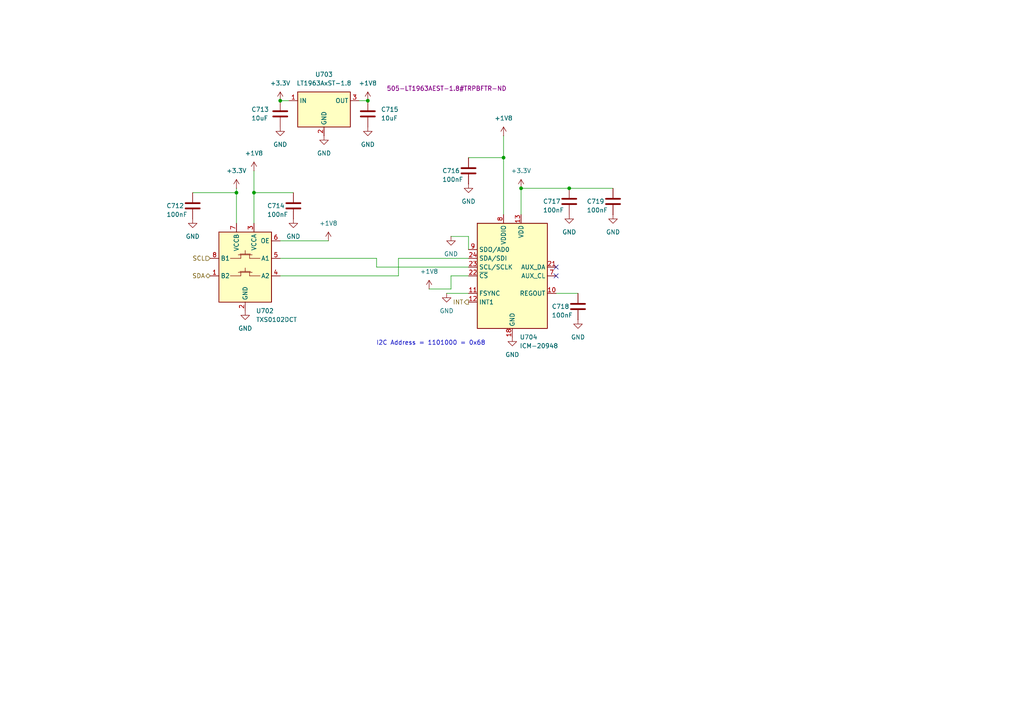
<source format=kicad_sch>
(kicad_sch (version 20250114) (generator "eeschema") (generator_version "9.0")
  (paper "A4")
  (lib_symbols
    (symbol "Device:C" (pin_numbers (hide yes)) (pin_names (offset 0.254))
      (property "Reference" "C" (at 0.635 2.54 0))
      (property "Value" "C" (at 0.635 -2.54 0))
      (symbol "C_0_1"
        (polyline (pts (xy -2.032 0.762) (xy 2.032 0.762)) (stroke (width 0.508)))
        (polyline (pts (xy -2.032 -0.762) (xy 2.032 -0.762)) (stroke (width 0.508)))
      )
      (symbol "C_1_1"
        (pin passive line (at 0 3.81 270) (length 2.794) (name "~") (number "1"))
        (pin passive line (at 0 -3.81 90) (length 2.794) (name "~") (number "2"))
      )
    )
    (symbol "Logic_LevelTranslator:TXS0102DCT"
      (property "Reference" "U" (at -6.35 11.43 0))
      (property "Value" "TXS0102DCT" (at 3.81 11.43 0))
      (symbol "TXS0102DCT_0_1"
        (rectangle (start -7.62 10.16) (end 7.62 -10.16) (stroke (width 0.254)) (fill (type background)))
        (polyline (pts (xy -4.318 -2.54) (xy -1.27 -2.54)))
        (polyline (pts (xy -2.032 -1.524) (xy 2.032 -1.524)))
        (polyline (pts (xy -1.524 -1.27) (xy 1.524 -1.27)))
        (polyline (pts (xy -1.27 -2.54) (xy -1.27 -1.524)))
        (polyline (pts (xy 0 -1.27) (xy 0 -0.254)))
        (polyline (pts (xy 1.27 -2.54) (xy 1.27 -1.524)))
        (polyline (pts (xy 4.318 -2.54) (xy 1.27 -2.54)))
      )
      (symbol "TXS0102DCT_1_1"
        (polyline (pts (xy -4.318 2.54) (xy -1.27 2.54)))
        (polyline (pts (xy -2.032 3.556) (xy 2.032 3.556)))
        (polyline (pts (xy -1.524 3.81) (xy 1.524 3.81)))
        (polyline (pts (xy -1.27 2.54) (xy -1.27 3.556)))
        (polyline (pts (xy 0 3.81) (xy 0 4.826)))
        (polyline (pts (xy 1.27 2.54) (xy 1.27 3.556)))
        (polyline (pts (xy 4.318 2.54) (xy 1.27 2.54)))
        (pin input line (at -10.16 7.62 0) (length 2.54) (name "OE") (number "6"))
        (pin bidirectional line (at -10.16 2.54 0) (length 2.54) (name "A1") (number "5"))
        (pin bidirectional line (at -10.16 -2.54 0) (length 2.54) (name "A2") (number "4"))
        (pin power_in line (at -2.54 12.7 270) (length 2.54) (name "VCCA") (number "3"))
        (pin power_in line (at 0 -12.7 90) (length 2.54) (name "GND") (number "2"))
        (pin power_in line (at 2.54 12.7 270) (length 2.54) (name "VCCB") (number "7"))
        (pin bidirectional line (at 10.16 2.54 180) (length 2.54) (name "B1") (number "8"))
        (pin bidirectional line (at 10.16 -2.54 180) (length 2.54) (name "B2") (number "1"))
      )
    )
    (symbol "Regulator_Linear:LT1963AxST-1.8"
      (property "Reference" "U" (at -7.62 6.35 0))
      (property "Value" "LT1963AxST-1.8" (at -1.27 6.35 0))
      (symbol "LT1963AxST-1.8_0_1"
        (rectangle (start -7.62 5.08) (end 7.62 -5.08) (stroke (width 0.254)) (fill (type background)))
      )
      (symbol "LT1963AxST-1.8_1_1"
        (pin power_in line (at -10.16 2.54 0) (length 2.54) (name "IN") (number "1"))
        (pin power_in line (at 0 -7.62 90) (length 2.54) (name "GND") (number "2"))
        (pin power_out line (at 10.16 2.54 180) (length 2.54) (name "OUT") (number "3"))
      )
    )
    (symbol "Sensor_Motion:ICM-20948"
      (property "Reference" "U" (at -11.43 16.51 0))
      (property "Value" "ICM-20948" (at 7.62 -16.51 0))
      (symbol "ICM-20948_0_1"
        (rectangle (start -10.16 15.24) (end 10.16 -15.24) (stroke (width 0.254)) (fill (type background)))
      )
      (symbol "ICM-20948_1_1"
        (pin bidirectional line (at -12.7 7.62 0) (length 2.54) (name "SDO/AD0") (number "9"))
        (pin bidirectional line (at -12.7 5.08 0) (length 2.54) (name "SDA/SDI") (number "24"))
        (pin input line (at -12.7 2.54 0) (length 2.54) (name "SCL/SCLK") (number "23"))
        (pin input line (at -12.7 0 0) (length 2.54) (name "~{CS}") (number "22"))
        (pin input line (at -12.7 -5.08 0) (length 2.54) (name "FSYNC") (number "11"))
        (pin output line (at -12.7 -7.62 0) (length 2.54) (name "INT1") (number "12"))
        (pin no_connect line (at -10.16 12.7 0) (length 2.54) (hide yes) (name "NC") (number "1"))
        (pin no_connect line (at -10.16 10.16 0) (length 2.54) (hide yes) (name "NC") (number "2"))
        (pin no_connect line (at -10.16 -2.54 0) (length 2.54) (hide yes) (name "NC") (number "3"))
        (pin no_connect line (at -10.16 -10.16 0) (length 2.54) (hide yes) (name "NC") (number "4"))
        (pin no_connect line (at -10.16 -12.7 0) (length 2.54) (hide yes) (name "NC") (number "5"))
        (pin power_in line (at -2.54 17.78 270) (length 2.54) (name "VDDIO") (number "8"))
        (pin power_in line (at 0 -17.78 90) (length 2.54) (name "GND") (number "18"))
        (pin passive line (at 0 -17.78 90) (length 2.54) (hide yes) (name "GND") (number "20"))
        (pin power_in line (at 2.54 17.78 270) (length 2.54) (name "VDD") (number "13"))
        (pin no_connect line (at 10.16 10.16 180) (length 2.54) (hide yes) (name "NC") (number "6"))
        (pin no_connect line (at 10.16 7.62 180) (length 2.54) (hide yes) (name "NC") (number "14"))
        (pin no_connect line (at 10.16 5.08 180) (length 2.54) (hide yes) (name "NC") (number "15"))
        (pin no_connect line (at 10.16 -7.62 180) (length 2.54) (hide yes) (name "NC") (number "16"))
        (pin no_connect line (at 10.16 -10.16 180) (length 2.54) (hide yes) (name "NC") (number "17"))
        (pin no_connect line (at 10.16 -12.7 180) (length 2.54) (hide yes) (name "RESV") (number "19"))
        (pin bidirectional line (at 12.7 2.54 180) (length 2.54) (name "AUX_DA") (number "21"))
        (pin output line (at 12.7 0 180) (length 2.54) (name "AUX_CL") (number "7"))
        (pin passive line (at 12.7 -5.08 180) (length 2.54) (name "REGOUT") (number "10"))
      )
    )
    (symbol "power:+1V8" (power) (pin_numbers (hide yes)) (pin_names (offset 0) (hide yes))
      (property "Value" "+1V8" (at 0 3.556 0))
      (symbol "+1V8_0_1"
        (polyline (pts (xy -0.762 1.27) (xy 0 2.54)))
        (polyline (pts (xy 0 2.54) (xy 0.762 1.27)))
        (polyline (pts (xy 0 0) (xy 0 2.54)))
      )
      (symbol "+1V8_1_1"
        (pin power_in line (at 0 0 90) (length 0) (name "~") (number "1"))
      )
    )
    (symbol "power:+3.3V" (power) (pin_numbers (hide yes)) (pin_names (offset 0) (hide yes))
      (property "Value" "+3.3V" (at 0 3.556 0))
      (symbol "+3.3V_0_1"
        (polyline (pts (xy -0.762 1.27) (xy 0 2.54)))
        (polyline (pts (xy 0 2.54) (xy 0.762 1.27)))
        (polyline (pts (xy 0 0) (xy 0 2.54)))
      )
      (symbol "+3.3V_1_1"
        (pin power_in line (at 0 0 90) (length 0) (name "~") (number "1"))
      )
    )
    (symbol "power:GND" (power) (pin_numbers (hide yes)) (pin_names (offset 0) (hide yes))
      (property "Value" "GND" (at 0 -3.81 0))
      (symbol "GND_0_1"
        (polyline (pts (xy 0 0) (xy 0 -1.27) (xy 1.27 -1.27) (xy 0 -2.54) (xy -1.27 -1.27) (xy 0 -1.27)))
      )
      (symbol "GND_1_1"
        (pin power_in line (at 0 0 270) (length 0) (name "~") (number "1"))
      )
    )
  )
  (text "I2C Address = 1101000 = 0x68" (at 124.968 99.568 0) (effects (font (size 1.27 1.27))))
  (junction (at 68.58 55.88))
  (junction (at 73.66 55.88))
  (junction (at 165.1 54.61))
  (junction (at 151.13 54.61))
  (junction (at 81.28 29.21))
  (junction (at 146.05 45.72))
  (junction (at 106.68 29.21))
  (no_connect (at 161.29 77.47))
  (no_connect (at 161.29 80.01))
  (wire (pts (xy 81.28 74.93) (xy 109.22 74.93)))
  (wire (pts (xy 115.57 80.01) (xy 115.57 74.93)))
  (wire (pts (xy 115.57 74.93) (xy 135.89 74.93)))
  (wire (pts (xy 161.29 85.09) (xy 167.64 85.09)))
  (wire (pts (xy 151.13 54.61) (xy 151.13 62.23)))
  (wire (pts (xy 151.13 54.61) (xy 165.1 54.61)))
  (wire (pts (xy 135.89 68.58) (xy 130.81 68.58)))
  (wire (pts (xy 81.28 80.01) (xy 115.57 80.01)))
  (wire (pts (xy 73.66 55.88) (xy 73.66 64.77)))
  (wire (pts (xy 124.46 83.82) (xy 130.81 83.82)))
  (wire (pts (xy 104.14 29.21) (xy 106.68 29.21)))
  (wire (pts (xy 109.22 74.93) (xy 109.22 77.47)))
  (wire (pts (xy 73.66 55.88) (xy 85.09 55.88)))
  (wire (pts (xy 135.89 45.72) (xy 146.05 45.72)))
  (wire (pts (xy 81.28 29.21) (xy 83.82 29.21)))
  (wire (pts (xy 73.66 49.53) (xy 73.66 55.88)))
  (wire (pts (xy 135.89 72.39) (xy 135.89 68.58)))
  (wire (pts (xy 146.05 39.37) (xy 146.05 45.72)))
  (wire (pts (xy 130.81 83.82) (xy 130.81 80.01)))
  (wire (pts (xy 109.22 77.47) (xy 135.89 77.47)))
  (wire (pts (xy 68.58 55.88) (xy 68.58 64.77)))
  (wire (pts (xy 81.28 69.85) (xy 95.25 69.85)))
  (wire (pts (xy 55.88 55.88) (xy 68.58 55.88)))
  (wire (pts (xy 165.1 54.61) (xy 177.8 54.61)))
  (wire (pts (xy 129.54 85.09) (xy 135.89 85.09)))
  (wire (pts (xy 130.81 80.01) (xy 135.89 80.01)))
  (wire (pts (xy 68.58 54.61) (xy 68.58 55.88)))
  (wire (pts (xy 146.05 45.72) (xy 146.05 62.23)))
  (hierarchical_label "INT" (shape output) (at 135.89 87.63 180))
  (hierarchical_label "SDA" (shape bidirectional) (at 60.96 80.01 180))
  (hierarchical_label "SCL" (shape input) (at 60.96 74.93 180))
  (symbol (lib_id "power:GND") (at 71.12 90.17 0) (unit 1)
    (property "Reference" "#PWR0728" (effects (hide yes)))
    (property "Value" "GND" (at 71.12 95.25 0))
    (property "Description" "Power symbol creates a global label with name \"GND\" , ground" (effects (hide yes)))
  )
  (symbol (lib_id "power:+3.3V") (at 151.13 54.61 0) (unit 1)
    (property "Reference" "#PWR0742" (effects (hide yes)))
    (property "Value" "+3.3V" (at 151.13 49.53 0))
    (property "Description" "Power symbol creates a global label with name \"+3.3V\"" (effects (hide yes)))
  )
  (symbol (lib_id "power:GND") (at 148.59 97.79 0) (unit 1)
    (property "Reference" "#PWR0741" (effects (hide yes)))
    (property "Value" "GND" (at 148.59 102.87 0))
    (property "Description" "Power symbol creates a global label with name \"GND\" , ground" (effects (hide yes)))
  )
  (symbol (lib_id "Regulator_Linear:LT1963AxST-1.8") (at 93.98 31.75 0) (unit 1)
    (property "Reference" "U703" (at 93.98 21.59 0))
    (property "Value" "LT1963AxST-1.8" (at 93.98 24.13 0))
    (property "Footprint" "Package_TO_SOT_SMD:SOT-223-3_TabPin2" (effects (hide yes)))
    (property "Datasheet" "https://www.analog.com/media/en/technical-documentation/data-sheets/1963aff.pdf" (effects (hide yes)))
    (property "Description" "1.8V, 1.5A, Low Noise, Fast Transient Response LDO Regulator, SOT-223" (effects (hide yes)))
    (property "Manufacturer" "Analog Devices Inc." (effects (hide yes)))
    (property "PN" "LT1963AEST-1.8#WPBF" (effects (hide yes)))
    (property "DigiKey" "505-LT1963AEST-1.8#TRPBFTR-ND" (at 129.54 25.654 0))
  )
  (symbol (lib_id "power:GND") (at 81.28 36.83 0) (unit 1)
    (property "Reference" "#PWR0731" (effects (hide yes)))
    (property "Value" "GND" (at 81.28 41.91 0))
    (property "Description" "Power symbol creates a global label with name \"GND\" , ground" (effects (hide yes)))
  )
  (symbol (lib_id "power:+1V8") (at 146.05 39.37 0) (unit 1)
    (property "Reference" "#PWR0740" (effects (hide yes)))
    (property "Value" "+1V8" (at 146.05 34.29 0))
    (property "Description" "Power symbol creates a global label with name \"+1V8\"" (effects (hide yes)))
  )
  (symbol (lib_id "Device:C") (at 177.8 58.42 0) (unit 1)
    (property "Reference" "C719" (at 170.18 58.42 0) (effects (justify left)))
    (property "Value" "100nF" (at 170.18 60.96 0) (effects (justify left)))
    (property "Footprint" "Capacitor_SMD:C_0402_1005Metric_Pad0.74x0.62mm_HandSolder" (effects (hide yes)))
    (property "Description" "Unpolarized capacitor" (effects (hide yes)))
  )
  (symbol (lib_id "Device:C") (at 167.64 88.9 0) (unit 1)
    (property "Reference" "C718" (at 160.02 88.9 0) (effects (justify left)))
    (property "Value" "100nF" (at 160.02 91.44 0) (effects (justify left)))
    (property "Footprint" "Capacitor_SMD:C_0402_1005Metric_Pad0.74x0.62mm_HandSolder" (effects (hide yes)))
    (property "Description" "Unpolarized capacitor" (effects (hide yes)))
  )
  (symbol (lib_id "Device:C") (at 165.1 58.42 0) (unit 1)
    (property "Reference" "C717" (at 157.48 58.42 0) (effects (justify left)))
    (property "Value" "100nF" (at 157.48 60.96 0) (effects (justify left)))
    (property "Footprint" "Capacitor_SMD:C_0402_1005Metric_Pad0.74x0.62mm_HandSolder" (effects (hide yes)))
    (property "Description" "Unpolarized capacitor" (effects (hide yes)))
  )
  (symbol (lib_id "power:GND") (at 135.89 53.34 0) (unit 1)
    (property "Reference" "#PWR0739" (effects (hide yes)))
    (property "Value" "GND" (at 135.89 58.42 0))
    (property "Description" "Power symbol creates a global label with name \"GND\" , ground" (effects (hide yes)))
  )
  (symbol (lib_id "Device:C") (at 55.88 59.69 0) (unit 1)
    (property "Reference" "C712" (at 48.26 59.69 0) (effects (justify left)))
    (property "Value" "100nF" (at 48.26 62.23 0) (effects (justify left)))
    (property "Footprint" "Capacitor_SMD:C_0402_1005Metric_Pad0.74x0.62mm_HandSolder" (effects (hide yes)))
    (property "Description" "Unpolarized capacitor" (effects (hide yes)))
  )
  (symbol (lib_id "power:+3.3V") (at 68.58 54.61 0) (unit 1)
    (property "Reference" "#PWR0727" (effects (hide yes)))
    (property "Value" "+3.3V" (at 68.58 49.53 0))
    (property "Description" "Power symbol creates a global label with name \"+3.3V\"" (effects (hide yes)))
  )
  (symbol (lib_id "power:GND") (at 93.98 39.37 0) (unit 1)
    (property "Reference" "#PWR0770" (effects (hide yes)))
    (property "Value" "GND" (at 93.98 44.45 0))
    (property "Description" "Power symbol creates a global label with name \"GND\" , ground" (effects (hide yes)))
  )
  (symbol (lib_id "power:+3.3V") (at 81.28 29.21 0) (unit 1)
    (property "Reference" "#PWR0730" (effects (hide yes)))
    (property "Value" "+3.3V" (at 81.28 24.13 0))
    (property "Description" "Power symbol creates a global label with name \"+3.3V\"" (effects (hide yes)))
  )
  (symbol (lib_id "Device:C") (at 85.09 59.69 0) (unit 1)
    (property "Reference" "C714" (at 77.47 59.69 0) (effects (justify left)))
    (property "Value" "100nF" (at 77.47 62.23 0) (effects (justify left)))
    (property "Footprint" "Capacitor_SMD:C_0402_1005Metric_Pad0.74x0.62mm_HandSolder" (effects (hide yes)))
    (property "Description" "Unpolarized capacitor" (effects (hide yes)))
  )
  (symbol (lib_id "power:GND") (at 130.81 68.58 0) (unit 1)
    (property "Reference" "#PWR0738" (effects (hide yes)))
    (property "Value" "GND" (at 130.81 73.66 0))
    (property "Description" "Power symbol creates a global label with name \"GND\" , ground" (effects (hide yes)))
  )
  (symbol (lib_id "power:GND") (at 167.64 92.71 0) (unit 1)
    (property "Reference" "#PWR0744" (effects (hide yes)))
    (property "Value" "GND" (at 167.64 97.79 0))
    (property "Description" "Power symbol creates a global label with name \"GND\" , ground" (effects (hide yes)))
  )
  (symbol (lib_id "Sensor_Motion:ICM-20948") (at 148.59 80.01 0) (unit 1)
    (property "Reference" "U704" (at 150.7333 97.79 0) (effects (justify left)))
    (property "Value" "ICM-20948" (at 150.7333 100.33 0) (effects (justify left)))
    (property "Footprint" "Sensor_Motion:InvenSense_QFN-24_3x3mm_P0.4mm" (effects (hide yes)))
    (property "Datasheet" "http://www.invensense.com/wp-content/uploads/2016/06/DS-000189-ICM-20948-v1.3.pdf" (effects (hide yes)))
    (property "Description" "InvenSense 9-Axis Motion Sensor, Accelerometer, Gyroscope, Compass, I2C/SPI, QFN-24" (effects (hide yes)))
    (property "DigiKey" "1428-1123-1-ND" (effects (hide yes)))
    (property "Manufacturer" "TDK InvenSense" (effects (hide yes)))
    (property "PN" "ICM-20948" (effects (hide yes)))
  )
  (symbol (lib_id "power:GND") (at 129.54 85.09 0) (unit 1)
    (property "Reference" "#PWR0737" (effects (hide yes)))
    (property "Value" "GND" (at 129.54 90.17 0))
    (property "Description" "Power symbol creates a global label with name \"GND\" , ground" (effects (hide yes)))
  )
  (symbol (lib_id "Device:C") (at 106.68 33.02 0) (unit 1)
    (property "Reference" "C715" (at 110.49 31.7499 0) (effects (justify left)))
    (property "Value" "10uF" (at 110.49 34.2899 0) (effects (justify left)))
    (property "Footprint" "Capacitor_SMD:C_0402_1005Metric_Pad0.74x0.62mm_HandSolder" (effects (hide yes)))
    (property "Description" "Unpolarized capacitor" (effects (hide yes)))
  )
  (symbol (lib_id "power:GND") (at 106.68 36.83 0) (unit 1)
    (property "Reference" "#PWR0735" (effects (hide yes)))
    (property "Value" "GND" (at 106.68 41.91 0))
    (property "Description" "Power symbol creates a global label with name \"GND\" , ground" (effects (hide yes)))
  )
  (symbol (lib_id "power:GND") (at 85.09 63.5 0) (unit 1)
    (property "Reference" "#PWR0732" (effects (hide yes)))
    (property "Value" "GND" (at 85.09 68.58 0))
    (property "Description" "Power symbol creates a global label with name \"GND\" , ground" (effects (hide yes)))
  )
  (symbol (lib_id "Logic_LevelTranslator:TXS0102DCT") (at 71.12 77.47 0) (mirror y) (unit 1)
    (property "Reference" "U702" (at 74.2381 90.17 0) (effects (justify right)))
    (property "Value" "TXS0102DCT" (at 74.2381 92.71 0) (effects (justify right)))
    (property "Footprint" "Package_SO:SSOP-8_2.95x2.8mm_P0.65mm" (effects (hide yes)))
    (property "Datasheet" "http://www.ti.com/lit/gpn/txs0102" (effects (hide yes)))
    (property "Description" "2-Bit Bidirectional Voltage-Level Shifter for Open-Drain and Push-Pull Application, SSOP-8" (effects (hide yes)))
    (property "Manufacturer" "Texas Instruments" (effects (hide yes)))
    (property "DigiKey" "296-TXS0102DCTRCT-ND" (effects (hide yes)))
    (property "PN" "TXS0102DCTR" (effects (hide yes)))
  )
  (symbol (lib_id "power:+1V8") (at 106.68 29.21 0) (unit 1)
    (property "Reference" "#PWR0734" (effects (hide yes)))
    (property "Value" "+1V8" (at 106.68 24.13 0))
    (property "Description" "Power symbol creates a global label with name \"+1V8\"" (effects (hide yes)))
  )
  (symbol (lib_id "Device:C") (at 135.89 49.53 0) (unit 1)
    (property "Reference" "C716" (at 128.27 49.53 0) (effects (justify left)))
    (property "Value" "100nF" (at 128.27 52.07 0) (effects (justify left)))
    (property "Footprint" "Capacitor_SMD:C_0402_1005Metric_Pad0.74x0.62mm_HandSolder" (effects (hide yes)))
    (property "Description" "Unpolarized capacitor" (effects (hide yes)))
  )
  (symbol (lib_id "power:GND") (at 177.8 62.23 0) (unit 1)
    (property "Reference" "#PWR0745" (effects (hide yes)))
    (property "Value" "GND" (at 177.8 67.31 0))
    (property "Description" "Power symbol creates a global label with name \"GND\" , ground" (effects (hide yes)))
  )
  (symbol (lib_id "Device:C") (at 81.28 33.02 0) (unit 1)
    (property "Reference" "C713" (at 72.898 31.75 0) (effects (justify left)))
    (property "Value" "10uF" (at 72.898 34.29 0) (effects (justify left)))
    (property "Footprint" "Capacitor_SMD:C_0402_1005Metric_Pad0.74x0.62mm_HandSolder" (effects (hide yes)))
    (property "Description" "Unpolarized capacitor" (effects (hide yes)))
  )
  (symbol (lib_id "power:+1V8") (at 95.25 69.85 0) (unit 1)
    (property "Reference" "#PWR0778" (effects (hide yes)))
    (property "Value" "+1V8" (at 95.25 64.77 0))
    (property "Description" "Power symbol creates a global label with name \"+1V8\"" (effects (hide yes)))
  )
  (symbol (lib_id "power:GND") (at 165.1 62.23 0) (unit 1)
    (property "Reference" "#PWR0743" (effects (hide yes)))
    (property "Value" "GND" (at 165.1 67.31 0))
    (property "Description" "Power symbol creates a global label with name \"GND\" , ground" (effects (hide yes)))
  )
  (symbol (lib_id "power:GND") (at 55.88 63.5 0) (unit 1)
    (property "Reference" "#PWR0726" (effects (hide yes)))
    (property "Value" "GND" (at 55.88 68.58 0))
    (property "Description" "Power symbol creates a global label with name \"GND\" , ground" (effects (hide yes)))
  )
  (symbol (lib_id "power:+1V8") (at 124.46 83.82 0) (unit 1)
    (property "Reference" "#PWR0736" (effects (hide yes)))
    (property "Value" "+1V8" (at 124.46 78.74 0))
    (property "Description" "Power symbol creates a global label with name \"+1V8\"" (effects (hide yes)))
  )
  (symbol (lib_id "power:+1V8") (at 73.66 49.53 0) (unit 1)
    (property "Reference" "#PWR0729" (effects (hide yes)))
    (property "Value" "+1V8" (at 73.66 44.45 0))
    (property "Description" "Power symbol creates a global label with name \"+1V8\"" (effects (hide yes)))
  )
)
</source>
